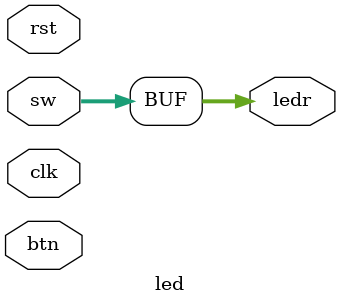
<source format=v>
module led(
  input clk,
  input rst,
  input [4:0] btn,
  input [15:0] sw,
  output [15:0] ledr
);
  assign ledr = sw;

endmodule

</source>
